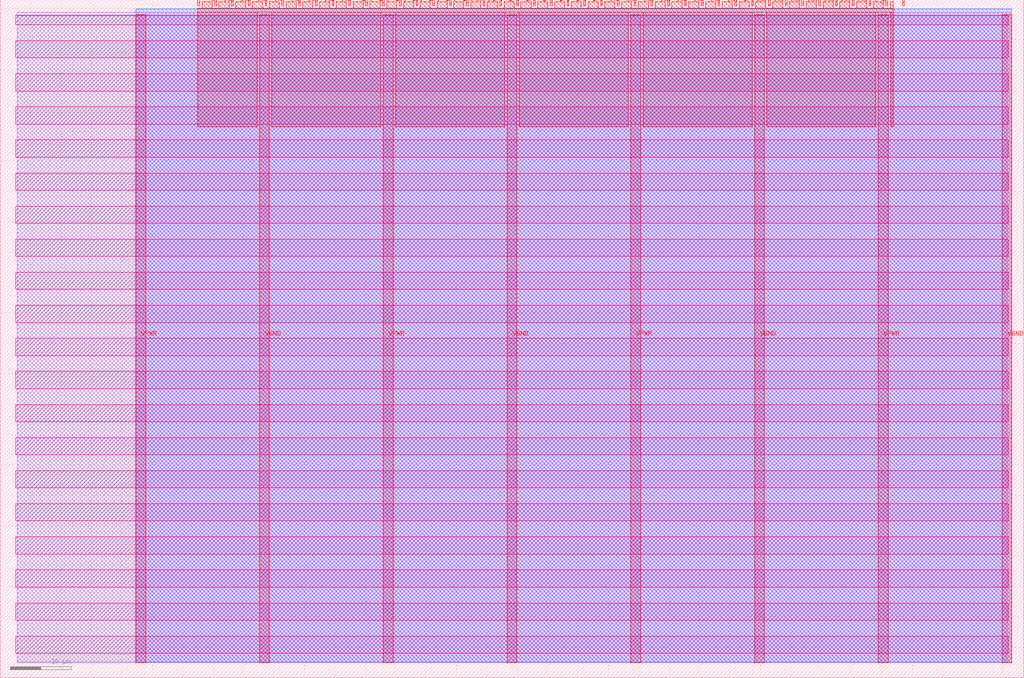
<source format=lef>
VERSION 5.7 ;
  NOWIREEXTENSIONATPIN ON ;
  DIVIDERCHAR "/" ;
  BUSBITCHARS "[]" ;
MACRO tt_um_uabc_electronica_2023
  CLASS BLOCK ;
  FOREIGN tt_um_uabc_electronica_2023 ;
  ORIGIN 0.000 0.000 ;
  SIZE 168.360 BY 111.520 ;
  PIN VGND
    DIRECTION INOUT ;
    USE GROUND ;
    PORT
      LAYER met4 ;
        RECT 42.670 2.480 44.270 109.040 ;
    END
    PORT
      LAYER met4 ;
        RECT 83.380 2.480 84.980 109.040 ;
    END
    PORT
      LAYER met4 ;
        RECT 124.090 2.480 125.690 109.040 ;
    END
    PORT
      LAYER met4 ;
        RECT 164.800 2.480 166.400 109.040 ;
    END
  END VGND
  PIN VPWR
    DIRECTION INOUT ;
    USE POWER ;
    PORT
      LAYER met4 ;
        RECT 22.315 2.480 23.915 109.040 ;
    END
    PORT
      LAYER met4 ;
        RECT 63.025 2.480 64.625 109.040 ;
    END
    PORT
      LAYER met4 ;
        RECT 103.735 2.480 105.335 109.040 ;
    END
    PORT
      LAYER met4 ;
        RECT 144.445 2.480 146.045 109.040 ;
    END
  END VPWR
  PIN clk
    DIRECTION INPUT ;
    USE SIGNAL ;
    ANTENNAGATEAREA 0.852000 ;
    PORT
      LAYER met4 ;
        RECT 145.670 110.520 145.970 111.520 ;
    END
  END clk
  PIN ena
    DIRECTION INPUT ;
    USE SIGNAL ;
    PORT
      LAYER met4 ;
        RECT 148.430 110.520 148.730 111.520 ;
    END
  END ena
  PIN rst_n
    DIRECTION INPUT ;
    USE SIGNAL ;
    ANTENNAGATEAREA 0.196500 ;
    PORT
      LAYER met4 ;
        RECT 142.910 110.520 143.210 111.520 ;
    END
  END rst_n
  PIN ui_in[0]
    DIRECTION INPUT ;
    USE SIGNAL ;
    ANTENNAGATEAREA 0.196500 ;
    PORT
      LAYER met4 ;
        RECT 140.150 110.520 140.450 111.520 ;
    END
  END ui_in[0]
  PIN ui_in[1]
    DIRECTION INPUT ;
    USE SIGNAL ;
    ANTENNAGATEAREA 0.196500 ;
    PORT
      LAYER met4 ;
        RECT 137.390 110.520 137.690 111.520 ;
    END
  END ui_in[1]
  PIN ui_in[2]
    DIRECTION INPUT ;
    USE SIGNAL ;
    ANTENNAGATEAREA 0.196500 ;
    PORT
      LAYER met4 ;
        RECT 134.630 110.520 134.930 111.520 ;
    END
  END ui_in[2]
  PIN ui_in[3]
    DIRECTION INPUT ;
    USE SIGNAL ;
    ANTENNAGATEAREA 0.196500 ;
    PORT
      LAYER met4 ;
        RECT 131.870 110.520 132.170 111.520 ;
    END
  END ui_in[3]
  PIN ui_in[4]
    DIRECTION INPUT ;
    USE SIGNAL ;
    ANTENNAGATEAREA 0.196500 ;
    PORT
      LAYER met4 ;
        RECT 129.110 110.520 129.410 111.520 ;
    END
  END ui_in[4]
  PIN ui_in[5]
    DIRECTION INPUT ;
    USE SIGNAL ;
    ANTENNAGATEAREA 0.196500 ;
    PORT
      LAYER met4 ;
        RECT 126.350 110.520 126.650 111.520 ;
    END
  END ui_in[5]
  PIN ui_in[6]
    DIRECTION INPUT ;
    USE SIGNAL ;
    ANTENNAGATEAREA 0.196500 ;
    PORT
      LAYER met4 ;
        RECT 123.590 110.520 123.890 111.520 ;
    END
  END ui_in[6]
  PIN ui_in[7]
    DIRECTION INPUT ;
    USE SIGNAL ;
    ANTENNAGATEAREA 0.196500 ;
    PORT
      LAYER met4 ;
        RECT 120.830 110.520 121.130 111.520 ;
    END
  END ui_in[7]
  PIN uio_in[0]
    DIRECTION INPUT ;
    USE SIGNAL ;
    PORT
      LAYER met4 ;
        RECT 118.070 110.520 118.370 111.520 ;
    END
  END uio_in[0]
  PIN uio_in[1]
    DIRECTION INPUT ;
    USE SIGNAL ;
    PORT
      LAYER met4 ;
        RECT 115.310 110.520 115.610 111.520 ;
    END
  END uio_in[1]
  PIN uio_in[2]
    DIRECTION INPUT ;
    USE SIGNAL ;
    PORT
      LAYER met4 ;
        RECT 112.550 110.520 112.850 111.520 ;
    END
  END uio_in[2]
  PIN uio_in[3]
    DIRECTION INPUT ;
    USE SIGNAL ;
    PORT
      LAYER met4 ;
        RECT 109.790 110.520 110.090 111.520 ;
    END
  END uio_in[3]
  PIN uio_in[4]
    DIRECTION INPUT ;
    USE SIGNAL ;
    PORT
      LAYER met4 ;
        RECT 107.030 110.520 107.330 111.520 ;
    END
  END uio_in[4]
  PIN uio_in[5]
    DIRECTION INPUT ;
    USE SIGNAL ;
    PORT
      LAYER met4 ;
        RECT 104.270 110.520 104.570 111.520 ;
    END
  END uio_in[5]
  PIN uio_in[6]
    DIRECTION INPUT ;
    USE SIGNAL ;
    PORT
      LAYER met4 ;
        RECT 101.510 110.520 101.810 111.520 ;
    END
  END uio_in[6]
  PIN uio_in[7]
    DIRECTION INPUT ;
    USE SIGNAL ;
    PORT
      LAYER met4 ;
        RECT 98.750 110.520 99.050 111.520 ;
    END
  END uio_in[7]
  PIN uio_oe[0]
    DIRECTION OUTPUT TRISTATE ;
    USE SIGNAL ;
    PORT
      LAYER met4 ;
        RECT 51.830 110.520 52.130 111.520 ;
    END
  END uio_oe[0]
  PIN uio_oe[1]
    DIRECTION OUTPUT TRISTATE ;
    USE SIGNAL ;
    PORT
      LAYER met4 ;
        RECT 49.070 110.520 49.370 111.520 ;
    END
  END uio_oe[1]
  PIN uio_oe[2]
    DIRECTION OUTPUT TRISTATE ;
    USE SIGNAL ;
    PORT
      LAYER met4 ;
        RECT 46.310 110.520 46.610 111.520 ;
    END
  END uio_oe[2]
  PIN uio_oe[3]
    DIRECTION OUTPUT TRISTATE ;
    USE SIGNAL ;
    PORT
      LAYER met4 ;
        RECT 43.550 110.520 43.850 111.520 ;
    END
  END uio_oe[3]
  PIN uio_oe[4]
    DIRECTION OUTPUT TRISTATE ;
    USE SIGNAL ;
    PORT
      LAYER met4 ;
        RECT 40.790 110.520 41.090 111.520 ;
    END
  END uio_oe[4]
  PIN uio_oe[5]
    DIRECTION OUTPUT TRISTATE ;
    USE SIGNAL ;
    PORT
      LAYER met4 ;
        RECT 38.030 110.520 38.330 111.520 ;
    END
  END uio_oe[5]
  PIN uio_oe[6]
    DIRECTION OUTPUT TRISTATE ;
    USE SIGNAL ;
    PORT
      LAYER met4 ;
        RECT 35.270 110.520 35.570 111.520 ;
    END
  END uio_oe[6]
  PIN uio_oe[7]
    DIRECTION OUTPUT TRISTATE ;
    USE SIGNAL ;
    PORT
      LAYER met4 ;
        RECT 32.510 110.520 32.810 111.520 ;
    END
  END uio_oe[7]
  PIN uio_out[0]
    DIRECTION OUTPUT TRISTATE ;
    USE SIGNAL ;
    ANTENNADIFFAREA 0.445500 ;
    PORT
      LAYER met4 ;
        RECT 73.910 110.520 74.210 111.520 ;
    END
  END uio_out[0]
  PIN uio_out[1]
    DIRECTION OUTPUT TRISTATE ;
    USE SIGNAL ;
    ANTENNADIFFAREA 0.795200 ;
    PORT
      LAYER met4 ;
        RECT 71.150 110.520 71.450 111.520 ;
    END
  END uio_out[1]
  PIN uio_out[2]
    DIRECTION OUTPUT TRISTATE ;
    USE SIGNAL ;
    ANTENNADIFFAREA 0.445500 ;
    PORT
      LAYER met4 ;
        RECT 68.390 110.520 68.690 111.520 ;
    END
  END uio_out[2]
  PIN uio_out[3]
    DIRECTION OUTPUT TRISTATE ;
    USE SIGNAL ;
    ANTENNADIFFAREA 0.445500 ;
    PORT
      LAYER met4 ;
        RECT 65.630 110.520 65.930 111.520 ;
    END
  END uio_out[3]
  PIN uio_out[4]
    DIRECTION OUTPUT TRISTATE ;
    USE SIGNAL ;
    ANTENNADIFFAREA 0.445500 ;
    PORT
      LAYER met4 ;
        RECT 62.870 110.520 63.170 111.520 ;
    END
  END uio_out[4]
  PIN uio_out[5]
    DIRECTION OUTPUT TRISTATE ;
    USE SIGNAL ;
    ANTENNADIFFAREA 0.795200 ;
    PORT
      LAYER met4 ;
        RECT 60.110 110.520 60.410 111.520 ;
    END
  END uio_out[5]
  PIN uio_out[6]
    DIRECTION OUTPUT TRISTATE ;
    USE SIGNAL ;
    ANTENNADIFFAREA 0.445500 ;
    PORT
      LAYER met4 ;
        RECT 57.350 110.520 57.650 111.520 ;
    END
  END uio_out[6]
  PIN uio_out[7]
    DIRECTION OUTPUT TRISTATE ;
    USE SIGNAL ;
    ANTENNADIFFAREA 0.795200 ;
    PORT
      LAYER met4 ;
        RECT 54.590 110.520 54.890 111.520 ;
    END
  END uio_out[7]
  PIN uo_out[0]
    DIRECTION OUTPUT TRISTATE ;
    USE SIGNAL ;
    ANTENNADIFFAREA 0.445500 ;
    PORT
      LAYER met4 ;
        RECT 95.990 110.520 96.290 111.520 ;
    END
  END uo_out[0]
  PIN uo_out[1]
    DIRECTION OUTPUT TRISTATE ;
    USE SIGNAL ;
    ANTENNADIFFAREA 0.445500 ;
    PORT
      LAYER met4 ;
        RECT 93.230 110.520 93.530 111.520 ;
    END
  END uo_out[1]
  PIN uo_out[2]
    DIRECTION OUTPUT TRISTATE ;
    USE SIGNAL ;
    ANTENNADIFFAREA 0.445500 ;
    PORT
      LAYER met4 ;
        RECT 90.470 110.520 90.770 111.520 ;
    END
  END uo_out[2]
  PIN uo_out[3]
    DIRECTION OUTPUT TRISTATE ;
    USE SIGNAL ;
    ANTENNADIFFAREA 0.445500 ;
    PORT
      LAYER met4 ;
        RECT 87.710 110.520 88.010 111.520 ;
    END
  END uo_out[3]
  PIN uo_out[4]
    DIRECTION OUTPUT TRISTATE ;
    USE SIGNAL ;
    ANTENNADIFFAREA 0.445500 ;
    PORT
      LAYER met4 ;
        RECT 84.950 110.520 85.250 111.520 ;
    END
  END uo_out[4]
  PIN uo_out[5]
    DIRECTION OUTPUT TRISTATE ;
    USE SIGNAL ;
    ANTENNADIFFAREA 0.445500 ;
    PORT
      LAYER met4 ;
        RECT 82.190 110.520 82.490 111.520 ;
    END
  END uo_out[5]
  PIN uo_out[6]
    DIRECTION OUTPUT TRISTATE ;
    USE SIGNAL ;
    ANTENNADIFFAREA 0.445500 ;
    PORT
      LAYER met4 ;
        RECT 79.430 110.520 79.730 111.520 ;
    END
  END uo_out[6]
  PIN uo_out[7]
    DIRECTION OUTPUT TRISTATE ;
    USE SIGNAL ;
    PORT
      LAYER met4 ;
        RECT 76.670 110.520 76.970 111.520 ;
    END
  END uo_out[7]
  OBS
      LAYER nwell ;
        RECT 2.570 107.385 165.790 108.990 ;
        RECT 2.570 101.945 165.790 104.775 ;
        RECT 2.570 96.505 165.790 99.335 ;
        RECT 2.570 91.065 165.790 93.895 ;
        RECT 2.570 85.625 165.790 88.455 ;
        RECT 2.570 80.185 165.790 83.015 ;
        RECT 2.570 74.745 165.790 77.575 ;
        RECT 2.570 69.305 165.790 72.135 ;
        RECT 2.570 63.865 165.790 66.695 ;
        RECT 2.570 58.425 165.790 61.255 ;
        RECT 2.570 52.985 165.790 55.815 ;
        RECT 2.570 47.545 165.790 50.375 ;
        RECT 2.570 42.105 165.790 44.935 ;
        RECT 2.570 36.665 165.790 39.495 ;
        RECT 2.570 31.225 165.790 34.055 ;
        RECT 2.570 25.785 165.790 28.615 ;
        RECT 2.570 20.345 165.790 23.175 ;
        RECT 2.570 14.905 165.790 17.735 ;
        RECT 2.570 9.465 165.790 12.295 ;
        RECT 2.570 4.025 165.790 6.855 ;
      LAYER li1 ;
        RECT 2.760 2.635 165.600 108.885 ;
      LAYER met1 ;
        RECT 2.760 2.480 166.400 109.440 ;
      LAYER met2 ;
        RECT 22.345 2.535 166.370 110.005 ;
      LAYER met3 ;
        RECT 22.325 2.555 166.390 109.985 ;
      LAYER met4 ;
        RECT 33.210 110.120 34.870 111.170 ;
        RECT 35.970 110.120 37.630 111.170 ;
        RECT 38.730 110.120 40.390 111.170 ;
        RECT 41.490 110.120 43.150 111.170 ;
        RECT 44.250 110.120 45.910 111.170 ;
        RECT 47.010 110.120 48.670 111.170 ;
        RECT 49.770 110.120 51.430 111.170 ;
        RECT 52.530 110.120 54.190 111.170 ;
        RECT 55.290 110.120 56.950 111.170 ;
        RECT 58.050 110.120 59.710 111.170 ;
        RECT 60.810 110.120 62.470 111.170 ;
        RECT 63.570 110.120 65.230 111.170 ;
        RECT 66.330 110.120 67.990 111.170 ;
        RECT 69.090 110.120 70.750 111.170 ;
        RECT 71.850 110.120 73.510 111.170 ;
        RECT 74.610 110.120 76.270 111.170 ;
        RECT 77.370 110.120 79.030 111.170 ;
        RECT 80.130 110.120 81.790 111.170 ;
        RECT 82.890 110.120 84.550 111.170 ;
        RECT 85.650 110.120 87.310 111.170 ;
        RECT 88.410 110.120 90.070 111.170 ;
        RECT 91.170 110.120 92.830 111.170 ;
        RECT 93.930 110.120 95.590 111.170 ;
        RECT 96.690 110.120 98.350 111.170 ;
        RECT 99.450 110.120 101.110 111.170 ;
        RECT 102.210 110.120 103.870 111.170 ;
        RECT 104.970 110.120 106.630 111.170 ;
        RECT 107.730 110.120 109.390 111.170 ;
        RECT 110.490 110.120 112.150 111.170 ;
        RECT 113.250 110.120 114.910 111.170 ;
        RECT 116.010 110.120 117.670 111.170 ;
        RECT 118.770 110.120 120.430 111.170 ;
        RECT 121.530 110.120 123.190 111.170 ;
        RECT 124.290 110.120 125.950 111.170 ;
        RECT 127.050 110.120 128.710 111.170 ;
        RECT 129.810 110.120 131.470 111.170 ;
        RECT 132.570 110.120 134.230 111.170 ;
        RECT 135.330 110.120 136.990 111.170 ;
        RECT 138.090 110.120 139.750 111.170 ;
        RECT 140.850 110.120 142.510 111.170 ;
        RECT 143.610 110.120 145.270 111.170 ;
        RECT 146.370 110.120 146.905 111.170 ;
        RECT 32.495 109.440 146.905 110.120 ;
        RECT 32.495 90.615 42.270 109.440 ;
        RECT 44.670 90.615 62.625 109.440 ;
        RECT 65.025 90.615 82.980 109.440 ;
        RECT 85.380 90.615 103.335 109.440 ;
        RECT 105.735 90.615 123.690 109.440 ;
        RECT 126.090 90.615 144.045 109.440 ;
        RECT 146.445 90.615 146.905 109.440 ;
  END
END tt_um_uabc_electronica_2023
END LIBRARY


</source>
